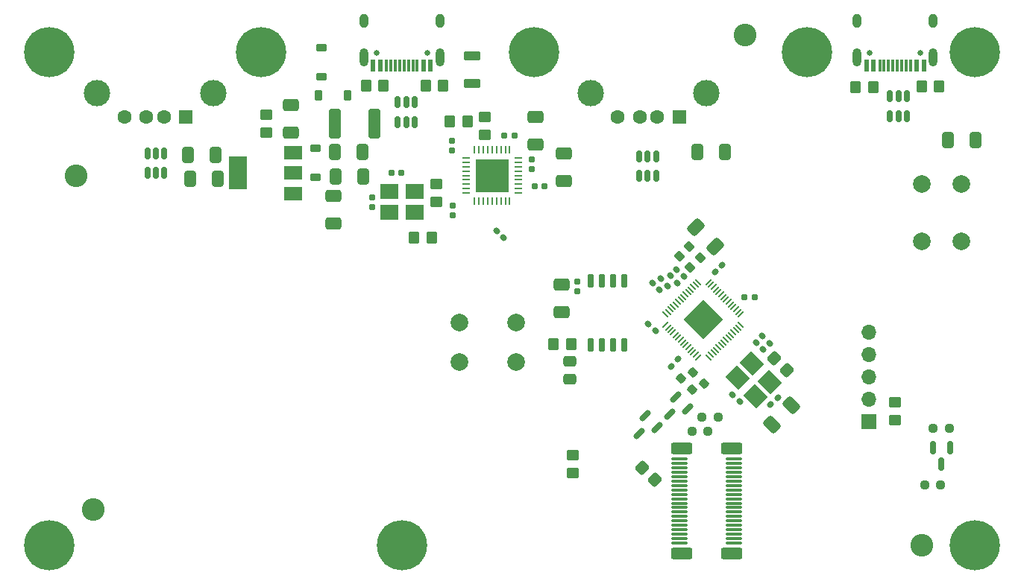
<source format=gbr>
%TF.GenerationSoftware,KiCad,Pcbnew,7.0.10*%
%TF.CreationDate,2024-01-24T01:05:34-05:00*%
%TF.ProjectId,Thinkpad-USB-keyboard-PCB,5468696e-6b70-4616-942d-5553422d6b65,rev?*%
%TF.SameCoordinates,Original*%
%TF.FileFunction,Soldermask,Top*%
%TF.FilePolarity,Negative*%
%FSLAX46Y46*%
G04 Gerber Fmt 4.6, Leading zero omitted, Abs format (unit mm)*
G04 Created by KiCad (PCBNEW 7.0.10) date 2024-01-24 01:05:34*
%MOMM*%
%LPD*%
G01*
G04 APERTURE LIST*
G04 Aperture macros list*
%AMRoundRect*
0 Rectangle with rounded corners*
0 $1 Rounding radius*
0 $2 $3 $4 $5 $6 $7 $8 $9 X,Y pos of 4 corners*
0 Add a 4 corners polygon primitive as box body*
4,1,4,$2,$3,$4,$5,$6,$7,$8,$9,$2,$3,0*
0 Add four circle primitives for the rounded corners*
1,1,$1+$1,$2,$3*
1,1,$1+$1,$4,$5*
1,1,$1+$1,$6,$7*
1,1,$1+$1,$8,$9*
0 Add four rect primitives between the rounded corners*
20,1,$1+$1,$2,$3,$4,$5,0*
20,1,$1+$1,$4,$5,$6,$7,0*
20,1,$1+$1,$6,$7,$8,$9,0*
20,1,$1+$1,$8,$9,$2,$3,0*%
%AMRotRect*
0 Rectangle, with rotation*
0 The origin of the aperture is its center*
0 $1 length*
0 $2 width*
0 $3 Rotation angle, in degrees counterclockwise*
0 Add horizontal line*
21,1,$1,$2,0,0,$3*%
G04 Aperture macros list end*
%ADD10RoundRect,0.155000X0.259862X-0.040659X-0.040659X0.259862X-0.259862X0.040659X0.040659X-0.259862X0*%
%ADD11C,5.700000*%
%ADD12RoundRect,0.250000X0.751301X0.167938X0.167938X0.751301X-0.751301X-0.167938X-0.167938X-0.751301X0*%
%ADD13RoundRect,0.250000X0.412500X0.650000X-0.412500X0.650000X-0.412500X-0.650000X0.412500X-0.650000X0*%
%ADD14RoundRect,0.150000X0.150000X-0.512500X0.150000X0.512500X-0.150000X0.512500X-0.150000X-0.512500X0*%
%ADD15RoundRect,0.155000X0.155000X-0.212500X0.155000X0.212500X-0.155000X0.212500X-0.155000X-0.212500X0*%
%ADD16RoundRect,0.250000X0.700000X-0.275000X0.700000X0.275000X-0.700000X0.275000X-0.700000X-0.275000X0*%
%ADD17RoundRect,0.150000X-0.150000X0.587500X-0.150000X-0.587500X0.150000X-0.587500X0.150000X0.587500X0*%
%ADD18RoundRect,0.237500X-0.344715X0.008839X0.008839X-0.344715X0.344715X-0.008839X-0.008839X0.344715X0*%
%ADD19RoundRect,0.237500X-0.250000X-0.237500X0.250000X-0.237500X0.250000X0.237500X-0.250000X0.237500X0*%
%ADD20RoundRect,0.250000X0.450000X-0.350000X0.450000X0.350000X-0.450000X0.350000X-0.450000X-0.350000X0*%
%ADD21RoundRect,0.250000X0.565685X0.070711X0.070711X0.565685X-0.565685X-0.070711X-0.070711X-0.565685X0*%
%ADD22R,1.600000X1.500000*%
%ADD23C,1.600000*%
%ADD24C,3.000000*%
%ADD25RoundRect,0.250000X-0.350000X-0.450000X0.350000X-0.450000X0.350000X0.450000X-0.350000X0.450000X0*%
%ADD26RoundRect,0.250000X-0.650000X0.412500X-0.650000X-0.412500X0.650000X-0.412500X0.650000X0.412500X0*%
%ADD27C,0.650000*%
%ADD28R,0.600000X1.450000*%
%ADD29R,0.300000X1.450000*%
%ADD30O,1.000000X2.100000*%
%ADD31O,1.000000X1.600000*%
%ADD32RoundRect,0.250000X-0.412500X-0.650000X0.412500X-0.650000X0.412500X0.650000X-0.412500X0.650000X0*%
%ADD33RoundRect,0.150000X-0.150000X0.512500X-0.150000X-0.512500X0.150000X-0.512500X0.150000X0.512500X0*%
%ADD34RoundRect,0.155000X-0.259862X0.040659X0.040659X-0.259862X0.259862X-0.040659X-0.040659X0.259862X0*%
%ADD35RoundRect,0.155000X-0.040659X-0.259862X0.259862X0.040659X0.040659X0.259862X-0.259862X-0.040659X0*%
%ADD36C,2.582000*%
%ADD37RoundRect,0.250000X0.350000X0.450000X-0.350000X0.450000X-0.350000X-0.450000X0.350000X-0.450000X0*%
%ADD38RoundRect,0.225000X-0.225000X-0.375000X0.225000X-0.375000X0.225000X0.375000X-0.225000X0.375000X0*%
%ADD39RoundRect,0.225000X-0.375000X0.225000X-0.375000X-0.225000X0.375000X-0.225000X0.375000X0.225000X0*%
%ADD40R,2.000000X1.500000*%
%ADD41R,2.000000X3.800000*%
%ADD42RoundRect,0.237500X0.380070X-0.044194X-0.044194X0.380070X-0.380070X0.044194X0.044194X-0.380070X0*%
%ADD43RoundRect,0.062500X0.062500X-0.350000X0.062500X0.350000X-0.062500X0.350000X-0.062500X-0.350000X0*%
%ADD44RoundRect,0.062500X0.350000X-0.062500X0.350000X0.062500X-0.350000X0.062500X-0.350000X-0.062500X0*%
%ADD45R,3.700000X3.700000*%
%ADD46R,2.100000X1.800000*%
%ADD47RoundRect,0.155000X-0.212500X-0.155000X0.212500X-0.155000X0.212500X0.155000X-0.212500X0.155000X0*%
%ADD48RoundRect,0.155000X-0.155000X0.212500X-0.155000X-0.212500X0.155000X-0.212500X0.155000X0.212500X0*%
%ADD49RoundRect,0.250000X0.400000X1.450000X-0.400000X1.450000X-0.400000X-1.450000X0.400000X-1.450000X0*%
%ADD50RoundRect,0.150000X0.309359X0.521491X-0.521491X-0.309359X-0.309359X-0.521491X0.521491X0.309359X0*%
%ADD51RoundRect,0.155000X0.040659X0.259862X-0.259862X-0.040659X-0.040659X-0.259862X0.259862X0.040659X0*%
%ADD52RotRect,2.100000X1.800000X135.000000*%
%ADD53RoundRect,0.250000X-0.475000X0.337500X-0.475000X-0.337500X0.475000X-0.337500X0.475000X0.337500X0*%
%ADD54RoundRect,0.150000X0.150000X-0.650000X0.150000X0.650000X-0.150000X0.650000X-0.150000X-0.650000X0*%
%ADD55RoundRect,0.237500X0.250000X0.237500X-0.250000X0.237500X-0.250000X-0.237500X0.250000X-0.237500X0*%
%ADD56RoundRect,0.050000X-0.238649X-0.309359X0.309359X0.238649X0.238649X0.309359X-0.309359X-0.238649X0*%
%ADD57RoundRect,0.050000X0.238649X-0.309359X0.309359X-0.238649X-0.238649X0.309359X-0.309359X0.238649X0*%
%ADD58RotRect,3.200000X3.200000X45.000000*%
%ADD59R,1.700000X1.700000*%
%ADD60O,1.700000X1.700000*%
%ADD61RoundRect,0.250000X0.167938X-0.751301X0.751301X-0.167938X-0.167938X0.751301X-0.751301X0.167938X0*%
%ADD62RoundRect,0.075000X-0.825000X-0.075000X0.825000X-0.075000X0.825000X0.075000X-0.825000X0.075000X0*%
%ADD63RoundRect,0.200000X-1.000000X-0.450000X1.000000X-0.450000X1.000000X0.450000X-1.000000X0.450000X0*%
%ADD64RoundRect,0.250000X-0.450000X0.350000X-0.450000X-0.350000X0.450000X-0.350000X0.450000X0.350000X0*%
%ADD65C,2.000000*%
G04 APERTURE END LIST*
D10*
%TO.C,C31*%
X28791283Y-33646126D03*
X27988717Y-32843560D03*
%TD*%
D11*
%TO.C,H8*%
X0Y-58000000D03*
%TD*%
D12*
%TO.C,C25*%
X35604854Y-24104854D03*
X33395146Y-21895146D03*
%TD*%
D13*
%TO.C,C18*%
X-21142500Y-13670000D03*
X-24267500Y-13670000D03*
%TD*%
D14*
%TO.C,U4*%
X55420000Y-9235000D03*
X56370000Y-9235000D03*
X57320000Y-9235000D03*
X57320000Y-6960000D03*
X56370000Y-6960000D03*
X55420000Y-6960000D03*
%TD*%
D15*
%TO.C,C7*%
X14710000Y-15297500D03*
X14710000Y-14162500D03*
%TD*%
D16*
%TO.C,L1*%
X8000000Y-5575000D03*
X8000000Y-2425000D03*
%TD*%
D17*
%TO.C,Q3*%
X62210000Y-46922500D03*
X60310000Y-46922500D03*
X61260000Y-48797500D03*
%TD*%
D18*
%TO.C,R4*%
X33044765Y-38354765D03*
X34335235Y-39645235D03*
%TD*%
D19*
%TO.C,R21*%
X34067500Y-43484843D03*
X35892500Y-43484843D03*
%TD*%
D20*
%TO.C,R12*%
X-15400000Y-11100000D03*
X-15400000Y-9100000D03*
%TD*%
D21*
%TO.C,R10*%
X28707107Y-50607107D03*
X27292893Y-49192893D03*
%TD*%
D10*
%TO.C,C11*%
X30190000Y-28554843D03*
X29387434Y-27752277D03*
%TD*%
D22*
%TO.C,J2*%
X-24500000Y-9360000D03*
D23*
X-27000000Y-9360000D03*
X-29000000Y-9360000D03*
X-31500000Y-9360000D03*
D24*
X-21430000Y-6650000D03*
X-34570000Y-6650000D03*
%TD*%
D11*
%TO.C,H7*%
X65000000Y-58000000D03*
%TD*%
D25*
%TO.C,R6*%
X5475000Y-9825000D03*
X7475000Y-9825000D03*
%TD*%
D26*
%TO.C,C15*%
X-7810000Y-18337500D03*
X-7810000Y-21462500D03*
%TD*%
D20*
%TO.C,R18*%
X19390000Y-49820000D03*
X19390000Y-47820000D03*
%TD*%
D27*
%TO.C,J7*%
X58890000Y-2040000D03*
X53110000Y-2040000D03*
D28*
X59250000Y-3485000D03*
X58450000Y-3485000D03*
D29*
X57250000Y-3485000D03*
X56250000Y-3485000D03*
X55750000Y-3485000D03*
X54750000Y-3485000D03*
D28*
X53550000Y-3485000D03*
X52750000Y-3485000D03*
X52750000Y-3485000D03*
X53550000Y-3485000D03*
D29*
X54250000Y-3485000D03*
X55250000Y-3485000D03*
X56750000Y-3485000D03*
X57750000Y-3485000D03*
D28*
X58450000Y-3485000D03*
X59250000Y-3485000D03*
D30*
X60320000Y-2570000D03*
D31*
X60320000Y1610000D03*
D30*
X51680000Y-2570000D03*
D31*
X51680000Y1610000D03*
%TD*%
D32*
%TO.C,C14*%
X-7592500Y-13310000D03*
X-4467500Y-13310000D03*
%TD*%
D33*
%TO.C,U10*%
X1450000Y-7662500D03*
X500000Y-7662500D03*
X-450000Y-7662500D03*
X-450000Y-9937500D03*
X500000Y-9937500D03*
X1450000Y-9937500D03*
%TD*%
D34*
%TO.C,C28*%
X40940290Y-34271987D03*
X41742856Y-35074553D03*
%TD*%
D13*
%TO.C,C17*%
X-20887500Y-16390000D03*
X-24012500Y-16390000D03*
%TD*%
D35*
%TO.C,C9*%
X41880290Y-42044553D03*
X42682856Y-41241987D03*
%TD*%
D36*
%TO.C,H12*%
X-35000000Y-54000000D03*
%TD*%
D13*
%TO.C,C33*%
X65157500Y-11975000D03*
X62032500Y-11975000D03*
%TD*%
D37*
%TO.C,R9*%
X53500000Y-5960000D03*
X51500000Y-5960000D03*
%TD*%
D38*
%TO.C,D1*%
X-9450000Y-6900000D03*
X-6150000Y-6900000D03*
%TD*%
D20*
%TO.C,R16*%
X56000000Y-43800000D03*
X56000000Y-41800000D03*
%TD*%
D26*
%TO.C,C19*%
X-12630000Y-8007500D03*
X-12630000Y-11132500D03*
%TD*%
D25*
%TO.C,R8*%
X59000000Y-5890000D03*
X61000000Y-5890000D03*
%TD*%
D20*
%TO.C,R19*%
X3900000Y-19000000D03*
X3900000Y-17000000D03*
%TD*%
D39*
%TO.C,D4*%
X-9820000Y-12902500D03*
X-9820000Y-16202500D03*
%TD*%
D40*
%TO.C,U8*%
X-12340000Y-18030000D03*
X-12340000Y-15730000D03*
D41*
X-18640000Y-15730000D03*
D40*
X-12340000Y-13430000D03*
%TD*%
D42*
%TO.C,C29*%
X33873566Y-25318307D03*
X32653806Y-24098547D03*
%TD*%
D11*
%TO.C,H6*%
X-40000000Y-58000000D03*
%TD*%
D15*
%TO.C,C10*%
X5725000Y-13192500D03*
X5725000Y-12057500D03*
%TD*%
D34*
%TO.C,R13*%
X31198717Y-26673560D03*
X32001283Y-27476126D03*
%TD*%
D43*
%TO.C,U3*%
X8250000Y-18937500D03*
X8750000Y-18937500D03*
X9250000Y-18937500D03*
X9750000Y-18937500D03*
X10250000Y-18937500D03*
X10750000Y-18937500D03*
X11250000Y-18937500D03*
X11750000Y-18937500D03*
X12250000Y-18937500D03*
D44*
X13187500Y-18000000D03*
X13187500Y-17500000D03*
X13187500Y-17000000D03*
X13187500Y-16500000D03*
X13187500Y-16000000D03*
X13187500Y-15500000D03*
X13187500Y-15000000D03*
X13187500Y-14500000D03*
X13187500Y-14000000D03*
D43*
X12250000Y-13062500D03*
X11750000Y-13062500D03*
X11250000Y-13062500D03*
X10750000Y-13062500D03*
X10250000Y-13062500D03*
X9750000Y-13062500D03*
X9250000Y-13062500D03*
X8750000Y-13062500D03*
X8250000Y-13062500D03*
D44*
X7312500Y-14000000D03*
X7312500Y-14500000D03*
X7312500Y-15000000D03*
X7312500Y-15500000D03*
X7312500Y-16000000D03*
X7312500Y-16500000D03*
X7312500Y-17000000D03*
X7312500Y-17500000D03*
X7312500Y-18000000D03*
D45*
X10250000Y-16000000D03*
%TD*%
D11*
%TO.C,H3*%
X15000000Y-2000000D03*
%TD*%
D46*
%TO.C,Y1*%
X-1450000Y-20150000D03*
X1450000Y-20150000D03*
X1450000Y-17850000D03*
X-1450000Y-17850000D03*
%TD*%
D47*
%TO.C,C8*%
X15062500Y-17250000D03*
X16197500Y-17250000D03*
%TD*%
D34*
%TO.C,C13*%
X10768717Y-22268717D03*
X11571283Y-23071283D03*
%TD*%
D48*
%TO.C,C6*%
X5775000Y-19382500D03*
X5775000Y-20517500D03*
%TD*%
D49*
%TO.C,F1*%
X-3125000Y-10090000D03*
X-7575000Y-10090000D03*
%TD*%
D25*
%TO.C,R5*%
X1400000Y-23100000D03*
X3400000Y-23100000D03*
%TD*%
D50*
%TO.C,Q2*%
X28940000Y-44634843D03*
X27596497Y-43291340D03*
X26942423Y-45288917D03*
%TD*%
D51*
%TO.C,C23*%
X31381283Y-36898717D03*
X30578717Y-37701283D03*
%TD*%
D52*
%TO.C,Y2*%
X41790051Y-39445402D03*
X39739441Y-37394792D03*
X38113095Y-39021138D03*
X40163705Y-41071748D03*
%TD*%
D53*
%TO.C,R17*%
X19100000Y-37115000D03*
X19100000Y-39190000D03*
%TD*%
D34*
%TO.C,C24*%
X40220290Y-34991987D03*
X41022856Y-35794553D03*
%TD*%
D25*
%TO.C,R15*%
X17200000Y-35190000D03*
X19200000Y-35190000D03*
%TD*%
D39*
%TO.C,D3*%
X-9100000Y-1450000D03*
X-9100000Y-4750000D03*
%TD*%
D21*
%TO.C,R14*%
X43668680Y-38150377D03*
X42254466Y-36736163D03*
%TD*%
D11*
%TO.C,H4*%
X46000000Y-2000000D03*
%TD*%
D36*
%TO.C,H10*%
X59000000Y-58000000D03*
%TD*%
D54*
%TO.C,U6*%
X21475000Y-35214843D03*
X22745000Y-35214843D03*
X24015000Y-35214843D03*
X25285000Y-35214843D03*
X25285000Y-28014843D03*
X24015000Y-28014843D03*
X22745000Y-28014843D03*
X21475000Y-28014843D03*
%TD*%
D22*
%TO.C,J3*%
X31500000Y-9360000D03*
D23*
X29000000Y-9360000D03*
X27000000Y-9360000D03*
X24500000Y-9360000D03*
D24*
X34570000Y-6650000D03*
X21430000Y-6650000D03*
%TD*%
D32*
%TO.C,C16*%
X-7552500Y-16140000D03*
X-4427500Y-16140000D03*
%TD*%
D11*
%TO.C,H5*%
X65000000Y-2000000D03*
%TD*%
D26*
%TO.C,C1*%
X15200000Y-9362500D03*
X15200000Y-12487500D03*
%TD*%
D47*
%TO.C,C12*%
X11657500Y-11475000D03*
X12792500Y-11475000D03*
%TD*%
D55*
%TO.C,R23*%
X61180000Y-51130000D03*
X59355000Y-51130000D03*
%TD*%
D11*
%TO.C,H1*%
X-40000000Y-2000000D03*
%TD*%
D47*
%TO.C,C30*%
X38912500Y-29824843D03*
X40047500Y-29824843D03*
%TD*%
D27*
%TO.C,J1*%
X2890000Y-2040000D03*
X-2890000Y-2040000D03*
D28*
X3250000Y-3485000D03*
X2450000Y-3485000D03*
D29*
X1250000Y-3485000D03*
X250000Y-3485000D03*
X-250000Y-3485000D03*
X-1250000Y-3485000D03*
D28*
X-2450000Y-3485000D03*
X-3250000Y-3485000D03*
X-3250000Y-3485000D03*
X-2450000Y-3485000D03*
D29*
X-1750000Y-3485000D03*
X-750000Y-3485000D03*
X750000Y-3485000D03*
X1750000Y-3485000D03*
D28*
X2450000Y-3485000D03*
X3250000Y-3485000D03*
D30*
X4320000Y-2570000D03*
D31*
X4320000Y1610000D03*
D30*
X-4320000Y-2570000D03*
D31*
X-4320000Y1610000D03*
%TD*%
D37*
%TO.C,R2*%
X-2080000Y-5750000D03*
X-4080000Y-5750000D03*
%TD*%
D10*
%TO.C,C27*%
X29240000Y-29004843D03*
X28437434Y-28202277D03*
%TD*%
D56*
%TO.C,U2*%
X29944529Y-32982000D03*
X30227372Y-33264843D03*
X30510214Y-33547685D03*
X30793057Y-33830528D03*
X31075900Y-34113371D03*
X31358742Y-34396213D03*
X31641585Y-34679056D03*
X31924428Y-34961899D03*
X32207271Y-35244742D03*
X32490113Y-35527584D03*
X32772956Y-35810427D03*
X33055799Y-36093270D03*
X33338641Y-36376112D03*
X33621484Y-36658955D03*
D57*
X34805888Y-36658955D03*
X35088731Y-36376112D03*
X35371573Y-36093270D03*
X35654416Y-35810427D03*
X35937259Y-35527584D03*
X36220101Y-35244742D03*
X36502944Y-34961899D03*
X36785787Y-34679056D03*
X37068630Y-34396213D03*
X37351472Y-34113371D03*
X37634315Y-33830528D03*
X37917158Y-33547685D03*
X38200000Y-33264843D03*
X38482843Y-32982000D03*
D56*
X38482843Y-31797596D03*
X38200000Y-31514753D03*
X37917158Y-31231911D03*
X37634315Y-30949068D03*
X37351472Y-30666225D03*
X37068630Y-30383383D03*
X36785787Y-30100540D03*
X36502944Y-29817697D03*
X36220101Y-29534854D03*
X35937259Y-29252012D03*
X35654416Y-28969169D03*
X35371573Y-28686326D03*
X35088731Y-28403484D03*
X34805888Y-28120641D03*
D57*
X33621484Y-28120641D03*
X33338641Y-28403484D03*
X33055799Y-28686326D03*
X32772956Y-28969169D03*
X32490113Y-29252012D03*
X32207271Y-29534854D03*
X31924428Y-29817697D03*
X31641585Y-30100540D03*
X31358742Y-30383383D03*
X31075900Y-30666225D03*
X30793057Y-30949068D03*
X30510214Y-31231911D03*
X30227372Y-31514753D03*
X29944529Y-31797596D03*
D58*
X34213686Y-32389798D03*
%TD*%
D19*
%TO.C,R22*%
X60320000Y-44730000D03*
X62145000Y-44730000D03*
%TD*%
D47*
%TO.C,C4*%
X-1192500Y-15725000D03*
X-57500Y-15725000D03*
%TD*%
D26*
%TO.C,C32*%
X18120000Y-28425000D03*
X18120000Y-31550000D03*
%TD*%
D59*
%TO.C,J4*%
X53000000Y-44000000D03*
D60*
X53000000Y-41460000D03*
X53000000Y-38920000D03*
X53000000Y-36380000D03*
X53000000Y-33840000D03*
%TD*%
D48*
%TO.C,C26*%
X19930000Y-28017343D03*
X19930000Y-29152343D03*
%TD*%
%TO.C,C3*%
X-3380000Y-18482500D03*
X-3380000Y-19617500D03*
%TD*%
D14*
%TO.C,U5*%
X26950000Y-16075000D03*
X27900000Y-16075000D03*
X28850000Y-16075000D03*
X28850000Y-13800000D03*
X27900000Y-13800000D03*
X26950000Y-13800000D03*
%TD*%
D18*
%TO.C,R20*%
X31650000Y-39084843D03*
X32940470Y-40375313D03*
%TD*%
D61*
%TO.C,C34*%
X41985146Y-44284854D03*
X44194854Y-42075146D03*
%TD*%
D13*
%TO.C,C20*%
X36637500Y-13350000D03*
X33512500Y-13350000D03*
%TD*%
D62*
%TO.C,J6*%
X31500000Y-57750000D03*
X37700000Y-57750000D03*
X31500000Y-57250000D03*
X37700000Y-57250000D03*
X31500000Y-56750000D03*
X37700000Y-56750000D03*
X31500000Y-56250000D03*
X37700000Y-56250000D03*
X31500000Y-55750000D03*
X37700000Y-55750000D03*
X31500000Y-55250000D03*
X37700000Y-55250000D03*
X31500000Y-54750000D03*
X37700000Y-54750000D03*
X31500000Y-54250000D03*
X37700000Y-54250000D03*
X31500000Y-53750000D03*
X37700000Y-53750000D03*
X31500000Y-53250000D03*
X37700000Y-53250000D03*
X31500000Y-52750000D03*
X37700000Y-52750000D03*
X31500000Y-52250000D03*
X37700000Y-52250000D03*
X31500000Y-51750000D03*
X37700000Y-51750000D03*
X31500000Y-51250000D03*
X37700000Y-51250000D03*
X31500000Y-50750000D03*
X37700000Y-50750000D03*
X31500000Y-50250000D03*
X37700000Y-50250000D03*
X31500000Y-49750000D03*
X37700000Y-49750000D03*
X31500000Y-49250000D03*
X37700000Y-49250000D03*
X31500000Y-48750000D03*
X37700000Y-48750000D03*
X31500000Y-48250000D03*
X37700000Y-48250000D03*
D63*
X31800000Y-47050000D03*
X31800000Y-58950000D03*
X37400000Y-47050000D03*
X37400000Y-58950000D03*
%TD*%
D36*
%TO.C,H9*%
X39000000Y0D03*
%TD*%
D19*
%TO.C,R11*%
X32937500Y-45084843D03*
X34762500Y-45084843D03*
%TD*%
D35*
%TO.C,C22*%
X35578717Y-26996126D03*
X36381283Y-26193560D03*
%TD*%
D42*
%TO.C,C21*%
X32723566Y-26418307D03*
X31503806Y-25198547D03*
%TD*%
D25*
%TO.C,R1*%
X2700000Y-5750000D03*
X4700000Y-5750000D03*
%TD*%
D14*
%TO.C,U1*%
X-28850000Y-15737500D03*
X-27900000Y-15737500D03*
X-26950000Y-15737500D03*
X-26950000Y-13462500D03*
X-27900000Y-13462500D03*
X-28850000Y-13462500D03*
%TD*%
D34*
%TO.C,R3*%
X30488717Y-27393560D03*
X31291283Y-28196126D03*
%TD*%
D50*
%TO.C,Q1*%
X32404664Y-42513682D03*
X31061161Y-41170179D03*
X30407087Y-43167756D03*
%TD*%
D10*
%TO.C,C5*%
X38344139Y-41695836D03*
X37541573Y-40893270D03*
%TD*%
D11*
%TO.C,H2*%
X-16000000Y-2000000D03*
%TD*%
D26*
%TO.C,C2*%
X18430000Y-13477500D03*
X18430000Y-16602500D03*
%TD*%
D64*
%TO.C,R7*%
X9450000Y-9350000D03*
X9450000Y-11350000D03*
%TD*%
D36*
%TO.C,H11*%
X-37000000Y-16000000D03*
%TD*%
D65*
%TO.C,SW3*%
X13000000Y-32700000D03*
X6500000Y-32700000D03*
X13000000Y-37200000D03*
X6500000Y-37200000D03*
%TD*%
%TO.C,SW1*%
X59000000Y-17000000D03*
X59000000Y-23500000D03*
X63500000Y-17000000D03*
X63500000Y-23500000D03*
%TD*%
M02*

</source>
